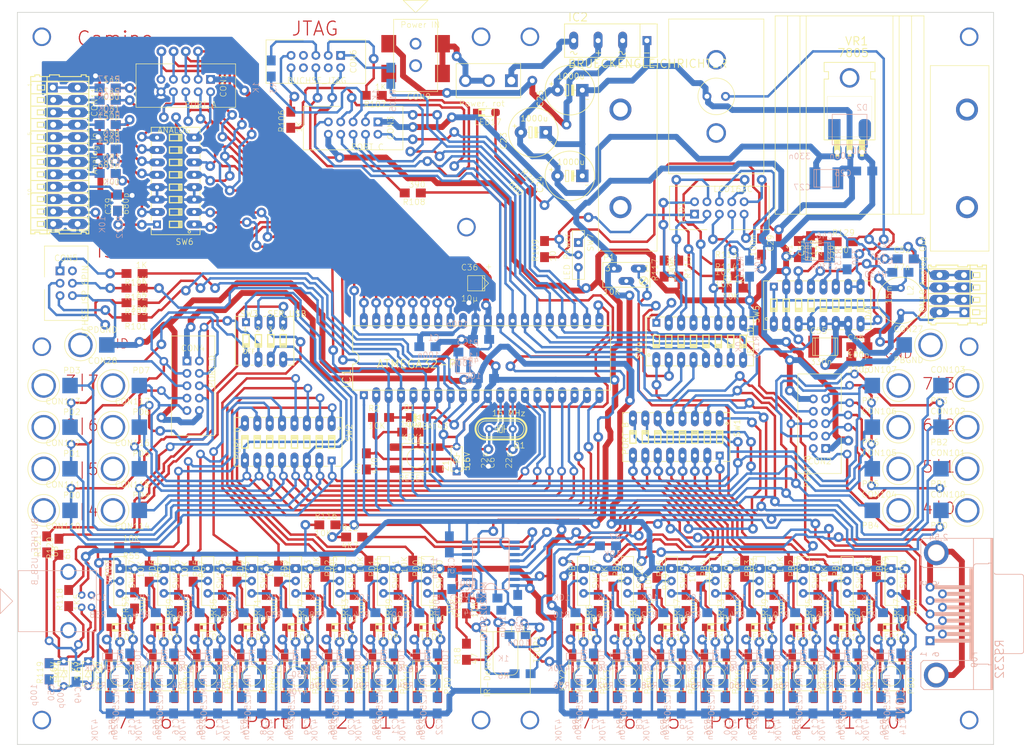
<source format=kicad_pcb>
(kicad_pcb
	(version 20240108)
	(generator "pcbnew")
	(generator_version "8.0")
	(general
		(thickness 1.6)
		(legacy_teardrops no)
	)
	(paper "A4")
	(layers
		(0 "F.Cu" signal "Top")
		(31 "B.Cu" signal "Bottom")
		(32 "B.Adhes" user "B.Adhesive")
		(33 "F.Adhes" user "F.Adhesive")
		(34 "B.Paste" user)
		(35 "F.Paste" user)
		(36 "B.SilkS" user "B.Silkscreen")
		(37 "F.SilkS" user "F.Silkscreen")
		(38 "B.Mask" user)
		(39 "F.Mask" user)
		(40 "Dwgs.User" user "User.Drawings")
		(41 "Cmts.User" user "User.Comments")
		(42 "Eco1.User" user "User.Eco1")
		(43 "Eco2.User" user "User.Eco2")
		(44 "Edge.Cuts" user)
		(45 "Margin" user)
		(46 "B.CrtYd" user "B.Courtyard")
		(47 "F.CrtYd" user "F.Courtyard")
		(48 "B.Fab" user)
		(49 "F.Fab" user)
	)
	(setup
		(stackup
			(layer "F.SilkS"
				(type "Top Silk Screen")
			)
			(layer "F.Paste"
				(type "Top Solder Paste")
			)
			(layer "F.Mask"
				(type "Top Solder Mask")
				(thickness 0.01)
			)
			(layer "F.Cu"
				(type "copper")
				(thickness 0.035)
			)
			(layer "dielectric 1"
				(type "core")
				(thickness 1.51)
				(material "FR4")
				(epsilon_r 4.5)
				(loss_tangent 0.02)
			)
			(layer "B.Cu"
				(type "copper")
				(thickness 0.035)
			)
			(layer "B.Mask"
				(type "Bottom Solder Mask")
				(thickness 0.01)
			)
			(layer "B.Paste"
				(type "Bottom Solder Paste")
			)
			(layer "B.SilkS"
				(type "Bottom Silk Screen")
			)
			(copper_finish "None")
			(dielectric_constraints no)
		)
		(pad_to_mask_clearance 0.2)
		(allow_soldermask_bridges_in_footprints no)
		(pcbplotparams
			(layerselection 0x0001000_fffffffe)
			(plot_on_all_layers_selection 0x0000000_00000000)
			(disableapertmacros no)
			(usegerberextensions no)
			(usegerberattributes no)
			(usegerberadvancedattributes no)
			(creategerberjobfile no)
			(dashed_line_dash_ratio 12.000000)
			(dashed_line_gap_ratio 3.000000)
			(svgprecision 4)
			(plotframeref no)
			(viasonmask no)
			(mode 1)
			(useauxorigin no)
			(hpglpennumber 1)
			(hpglpenspeed 20)
			(hpglpendiameter 0.000000)
			(pdf_front_fp_property_popups yes)
			(pdf_back_fp_property_popups yes)
			(dxfpolygonmode yes)
			(dxfimperialunits yes)
			(dxfusepcbnewfont yes)
			(psnegative no)
			(psa4output no)
			(plotreference yes)
			(plotvalue yes)
			(plotfptext yes)
			(plotinvisibletext no)
			(sketchpadsonfab no)
			(subtractmaskfromsilk no)
			(outputformat 4)
			(mirror no)
			(drillshape 0)
			(scaleselection 1)
			(outputdirectory "C:/Users/zephr/Desktop/")
		)
	)
	(net 0 "")
	(net 1 "VCC")
	(net 2 "GND")
	(net 3 "AVCC")
	(net 4 "N$65")
	(net 5 "N$29")
	(net 6 "N$60")
	(net 7 "N$83")
	(net 8 "N$90")
	(net 9 "N$96")
	(net 10 "N$102")
	(net 11 "N$108")
	(net 12 "N$114")
	(net 13 "N$120")
	(net 14 "N$126")
	(net 15 "N$132")
	(net 16 "Net-(CON1-PadP$2)")
	(net 17 "Net-(CON1-PadP$3)")
	(net 18 "Net-(CON1-PadP$4)")
	(net 19 "Net-(CON1-PadP$5)")
	(net 20 "Net-(CON1-PadP$6)")
	(net 21 "Net-(CON1-PadP$7)")
	(net 22 "Net-(CON1-PadP$8)")
	(net 23 "Net-(CON1-PadP$9)")
	(net 24 "Net-(C1-Pad2)")
	(net 25 "Net-(CON3-PadP$9)")
	(net 26 "Net-(CON3-PadP$8)")
	(net 27 "Net-(CON3-PadP$7)")
	(net 28 "Net-(CON3-PadP$6)")
	(net 29 "Net-(CON3-PadP$5)")
	(net 30 "Net-(CON3-PadP$4)")
	(net 31 "Net-(CON3-PadP$3)")
	(net 32 "Net-(CON3-PadP$2)")
	(net 33 "Net-(CON117-PadPAD)")
	(net 34 "Net-(CON116-PadPAD)")
	(net 35 "Net-(CON115-PadPAD)")
	(net 36 "Net-(CON114-PadPAD)")
	(net 37 "Net-(CON113-PadPAD)")
	(net 38 "Net-(CON112-PadPAD)")
	(net 39 "Net-(CON111-PadPAD)")
	(net 40 "Net-(CON110-PadPAD)")
	(net 41 "Net-(C6-Pad2)")
	(net 42 "Net-(C5-Pad2)")
	(net 43 "/RESET")
	(net 44 "Net-(CON107-PadPAD)")
	(net 45 "Net-(CON106-PadPAD)")
	(net 46 "Net-(CON105-PadPAD)")
	(net 47 "Net-(CON104-PadPAD)")
	(net 48 "Net-(CON10-PadA4)")
	(net 49 "Net-(CON102-PadPAD)")
	(net 50 "Net-(CON101-PadPAD)")
	(net 51 "Net-(CON100-PadPAD)")
	(net 52 "Net-(L1-PadP$1)")
	(net 53 "Net-(KEY1-PadP$3)")
	(net 54 "Net-(LED1-PadA)")
	(net 55 "Net-(R7-Pad1)")
	(net 56 "Net-(C7-Pad2)")
	(net 57 "Net-(R36-Pad1)")
	(net 58 "Net-(KEY2-PadP$3)")
	(net 59 "Net-(R10-Pad1)")
	(net 60 "Net-(LED1-PadK)")
	(net 61 "Net-(LED16-PadA)")
	(net 62 "Net-(R13-Pad1)")
	(net 63 "Net-(C8-Pad2)")
	(net 64 "Net-(R14-Pad2)")
	(net 65 "Net-(KEY3-PadP$3)")
	(net 66 "Net-(R16-Pad1)")
	(net 67 "Net-(LED16-PadK)")
	(net 68 "Net-(LED15-PadA)")
	(net 69 "Net-(R19-Pad1)")
	(net 70 "Net-(C9-Pad2)")
	(net 71 "Net-(R20-Pad2)")
	(net 72 "Net-(KEY4-PadP$3)")
	(net 73 "Net-(R22-Pad1)")
	(net 74 "Net-(LED15-PadK)")
	(net 75 "Net-(LED14-PadA)")
	(net 76 "Net-(R25-Pad1)")
	(net 77 "Net-(C10-Pad2)")
	(net 78 "Net-(R26-Pad2)")
	(net 79 "Net-(KEY5-PadP$3)")
	(net 80 "Net-(R28-Pad1)")
	(net 81 "Net-(LED14-PadK)")
	(net 82 "Net-(LED13-PadA)")
	(net 83 "Net-(R31-Pad1)")
	(net 84 "Net-(C11-Pad2)")
	(net 85 "Net-(R32-Pad2)")
	(net 86 "Net-(KEY6-PadP$3)")
	(net 87 "Net-(R34-Pad1)")
	(net 88 "Net-(LED13-PadK)")
	(net 89 "Net-(LED12-PadA)")
	(net 90 "Net-(R37-Pad1)")
	(net 91 "Net-(C12-Pad2)")
	(net 92 "Net-(R38-Pad2)")
	(net 93 "Net-(KEY7-PadP$3)")
	(net 94 "Net-(R40-Pad1)")
	(net 95 "Net-(LED12-PadK)")
	(net 96 "Net-(LED11-PadA)")
	(net 97 "Net-(R43-Pad1)")
	(net 98 "Net-(C13-Pad2)")
	(net 99 "Net-(R44-Pad2)")
	(net 100 "Net-(KEY8-PadP$3)")
	(net 101 "Net-(R46-Pad1)")
	(net 102 "Net-(LED11-PadK)")
	(net 103 "Net-(LED10-PadA)")
	(net 104 "Net-(R49-Pad1)")
	(net 105 "Net-(C14-Pad2)")
	(net 106 "Net-(R50-Pad2)")
	(net 107 "Net-(KEY9-PadP$3)")
	(net 108 "Net-(R52-Pad1)")
	(net 109 "Net-(LED10-PadK)")
	(net 110 "Net-(LED2-PadA)")
	(net 111 "Net-(R55-Pad1)")
	(net 112 "Net-(C15-Pad2)")
	(net 113 "Net-(R136-Pad1)")
	(net 114 "Net-(KEY10-PadP$3)")
	(net 115 "Net-(R58-Pad1)")
	(net 116 "Net-(LED2-PadK)")
	(net 117 "Net-(LED3-PadA)")
	(net 118 "Net-(R61-Pad1)")
	(net 119 "Net-(C16-Pad2)")
	(net 120 "Net-(R135-Pad1)")
	(net 121 "Net-(KEY11-PadP$3)")
	(net 122 "Net-(R64-Pad1)")
	(net 123 "Net-(LED3-PadK)")
	(net 124 "Net-(LED4-PadA)")
	(net 125 "Net-(R67-Pad1)")
	(net 126 "Net-(C17-Pad2)")
	(net 127 "Net-(R134-Pad1)")
	(net 128 "Net-(KEY12-PadP$3)")
	(net 129 "Net-(R70-Pad1)")
	(net 130 "Net-(LED4-PadK)")
	(net 131 "Net-(LED5-PadA)")
	(net 132 "Net-(R73-Pad1)")
	(net 133 "Net-(C18-Pad2)")
	(net 134 "Net-(R133-Pad1)")
	(net 135 "Net-(KEY13-PadP$3)")
	(net 136 "Net-(R76-Pad1)")
	(net 137 "Net-(LED5-PadK)")
	(net 138 "Net-(LED6-PadA)")
	(net 139 "Net-(R79-Pad1)")
	(net 140 "Net-(C19-Pad2)")
	(net 141 "Net-(R30-Pad2)")
	(net 142 "Net-(KEY14-PadP$3)")
	(net 143 "Net-(R82-Pad1)")
	(net 144 "Net-(LED6-PadK)")
	(net 145 "Net-(LED7-PadA)")
	(net 146 "Net-(R85-Pad1)")
	(net 147 "Net-(C20-Pad2)")
	(net 148 "Net-(R86-Pad2)")
	(net 149 "Net-(KEY15-PadP$3)")
	(net 150 "Net-(R88-Pad1)")
	(net 151 "Net-(LED7-PadK)")
	(net 152 "Net-(LED8-PadA)")
	(net 153 "Net-(R91-Pad1)")
	(net 154 "Net-(C21-Pad2)")
	(net 155 "Net-(R90-Pad1)")
	(net 156 "Net-(KEY16-PadP$3)")
	(net 157 "Net-(R94-Pad1)")
	(net 158 "Net-(LED8-PadK)")
	(net 159 "Net-(LED9-PadA)")
	(net 160 "Net-(R97-Pad1)")
	(net 161 "Net-(C22-Pad2)")
	(net 162 "Net-(R84-Pad1)")
	(net 163 "Net-(KEY17-PadP$3)")
	(net 164 "Net-(R100-Pad1)")
	(net 165 "Net-(LED9-PadK)")
	(net 166 "Net-(CON9-PadKONTAKT)")
	(net 167 "Net-(CON9-PadSTIFT_A)")
	(net 168 "Net-(CON9-PadFEDER)")
	(net 169 "Net-(C23-Pad+)")
	(net 170 "Net-(IC2-PadAC1)")
	(net 171 "Net-(CON5-PadP$5)")
	(net 172 "Net-(CON5-PadP$4)")
	(net 173 "Net-(CON5-PadP$3)")
	(net 174 "Net-(CON5-PadP$1)")
	(net 175 "Net-(CON6-PadP$5)")
	(net 176 "Net-(CON6-PadP$1)")
	(net 177 "Net-(CON6-PadP$9)")
	(net 178 "Net-(CON6-PadP$3)")
	(net 179 "Net-(CON6-PadP$6)")
	(net 180 "Net-(CON7-Pad9)")
	(net 181 "Net-(CON7-Pad8)")
	(net 182 "Net-(CON7-Pad7)")
	(net 183 "Net-(CON7-Pad6)")
	(net 184 "Net-(CON7-Pad4)")
	(net 185 "Net-(CON7-Pad3)")
	(net 186 "Net-(CON7-Pad2)")
	(net 187 "Net-(CON7-Pad1)")
	(net 188 "Net-(LCD1-PadVCC)")
	(net 189 "Net-(LCD1-PadVLED)")
	(net 190 "Net-(P1-PadS)")
	(net 191 "Net-(C35-Pad1)")
	(net 192 "Net-(LCD1-PadDB0)")
	(net 193 "Net-(LCD1-PadDB1)")
	(net 194 "Net-(LCD1-PadDB2)")
	(net 195 "Net-(LCD1-PadDB3)")
	(net 196 "Net-(LCD1-PadE)")
	(net 197 "Net-(LCD1-PadRS)")
	(net 198 "Net-(IC3-Pad11)")
	(net 199 "Net-(LCD1-PadVCON)")
	(net 200 "Net-(C49-Pad2)")
	(net 201 "Net-(CON8-PadVBUS)")
	(net 202 "Net-(C50-Pad2)")
	(net 203 "Net-(R120-Pad2)")
	(net 204 "Net-(R121-Pad2)")
	(net 205 "Net-(CON11-PadA9)")
	(net 206 "Net-(CON11-PadA8)")
	(net 207 "Net-(CON11-PadA6)")
	(net 208 "Net-(CON11-PadA4)")
	(net 209 "Net-(CON11-PadA2)")
	(net 210 "Net-(CON11-PadA1)")
	(net 211 "Net-(C39-Pad1)")
	(net 212 "Net-(C40-Pad1)")
	(net 213 "Net-(C37-Pad1)")
	(net 214 "Net-(C38-Pad1)")
	(net 215 "Net-(C31-Pad1)")
	(net 216 "Net-(C30-Pad1)")
	(net 217 "Net-(R128-Pad1)")
	(net 218 "Net-(R130-Pad1)")
	(net 219 "Net-(C46-Pad2)")
	(net 220 "Net-(R131-Pad2)")
	(net 221 "Net-(SPK1-Pad2)")
	(net 222 "Net-(C42-Pad2)")
	(net 223 "Net-(C44-Pad1)")
	(net 224 "Net-(C41-Pad2)")
	(net 225 "Net-(C44-Pad2)")
	(net 226 "Net-(R132-Pad1)")
	(net 227 "Net-(R132-Pad2)")
	(net 228 "Net-(R6-Pad2)")
	(net 229 "Net-(R12-Pad1)")
	(net 230 "Net-(IC3-Pad12)")
	(net 231 "Net-(LED17-PadA)")
	(net 232 "Net-(IC3-Pad9)")
	(net 233 "Net-(IC3-Pad7)")
	(net 234 "Net-(C33-Pad2)")
	(net 235 "Net-(C33-Pad1)")
	(net 236 "Net-(C32-Pad2)")
	(net 237 "Net-(C34-Pad1)")
	(net 238 "Net-(C32-Pad1)")
	(net 239 "Net-(CON5-PadP$2)")
	(net 240 "Net-(CON6-PadP$8)")
	(net 241 "Net-(CON6-PadP$4)")
	(footprint "camino:DIL40" (layer "F.Cu") (at 143.6111 85.8136))
	(footprint "camino:DIODE_MINIMELF" (layer "F.Cu") (at 130.5011 98.0036))
	(footprint "camino:ZENER_PIN_200MIL" (layer "F.Cu") (at 138.5011 106.5036 90))
	(footprint "camino:KONDENSATOR_SMD_1206" (layer "F.Cu") (at 129.0011 101.0036 180))
	(footprint "camino:WIDERSTAND_SMD_1206" (layer "F.Cu") (at 123.0011 98.0036))
	(footprint "camino:WIDERSTAND_SMD_1206" (layer "F.Cu") (at 120.0011 107.0036 90))
	(footprint "camino:TASTER_LSG1301" (layer "F.Cu") (at 130.3111 106.3336))
	(footprint "camino:HC49U" (layer "F.Cu") (at 147.5711 100.3536 180))
	(footprint "camino:KONDENSATOR_SMD_1206" (layer "F.Cu") (at 142.5011 106.0036 90))
	(footprint "camino:KONDENSATOR_SMD_1206" (layer "F.Cu") (at 147.5011 106.0036 90))
	(footprint "camino:BUCHSE_LABOR_2MM" (layer "F.Cu") (at 229.0511 91.4636 -90))
	(footprint "camino:BUCHSE_LABOR_2MM" (layer "F.Cu") (at 229.0511 99.9886 -90))
	(footprint "camino:BUCHSE_LABOR_2MM" (layer "F.Cu") (at 229.0511 108.5136 -90))
	(footprint "camino:BUCHSE_LABOR_2MM" (layer "F.Cu") (at 229.0511 117.0386 -90))
	(footprint "camino:BUCHSE_LABOR_2MM" (layer "F.Cu") (at 243.1161 91.4636 -90))
	(footprint "camino:BUCHSE_LABOR_2MM" (layer "F.Cu") (at 243.1161 99.9886 -90))
	(footprint "camino:BUCHSE_LABOR_2MM" (layer "F.Cu") (at 243.1161 108.5136 -90))
	(footprint "camino:BUCHSE_LABOR_2MM" (layer "F.Cu") (at 243.1161 117.0386 -90))
	(footprint "camino:BUCHSE_LABOR_2MM" (layer "F.Cu") (at 68.0861 91.4636 90))
	(footprint "camino:BUCHSE_LABOR_2MM" (layer "F.Cu") (at 68.0861 99.9886 90))
	(footprint "camino:BUCHSE_LABOR_2MM" (layer "F.Cu") (at 68.0861 108.5136 90))
	(footprint "camino:BUCHSE_LABOR_2MM" (layer "F.Cu") (at 68.0861 117.0386 90))
	(footprint "camino:BUCHSE_LABOR_2MM" (layer "F.Cu") (at 53.8861 91.4636 90))
	(footprint "camino:BUCHSE_LABOR_2MM" (layer "F.Cu") (at 53.8861 99.9886 90))
	(footprint "camino:BUCHSE_LABOR_2MM" (layer "F.Cu") (at 53.8861 108.5136 90))
	(footprint "camino:BUCHSE_LABOR_2MM" (layer "F.Cu") (at 53.8861 117.0386 90))
	(footprint "camino:WIDERSTAND_SMD_1206" (layer "F.Cu") (at 167.5011 136.0036 90))
	(footprint "camino:TASTER_LSG1301" (layer "F.Cu") (at 164.5011 151.0036 90))
	(footprint "camino:SCHALTER_1UM_ESP" (layer "F.Cu") (at 164.5011 131.5036 -90))
	(footprint "camino:WIDERSTAND_SMD_1206" (layer "F.Cu") (at 176.5011 136.0036 90))
	(footprint "camino:WIDERSTAND_SMD_1206" (layer "F.Cu") (at 170.5011 131.0036 -90))
	(footprint "camino:TASTER_LSG1301" (layer "F.Cu") (at 173.5011 151.0036 90))
	(footprint "camino:SCHALTER_1UM_ESP" (layer "F.Cu") (at 173.5011 131.5036 -90))
	(footprint "camino:WIDERSTAND_SMD_1206" (layer "F.Cu") (at 185.5011 136.0036 90))
	(footprint "camino:WIDERSTAND_SMD_1206" (layer "F.Cu") (at 179.5011 132.5036 -90))
	(footprint "camino:TASTER_LSG1301" (layer "F.Cu") (at 182.5011 151.0036 90))
	(footprint "camino:SCHALTER_1UM_ESP" (layer "F.Cu") (at 182.5011 131.5036 -90))
	(footprint "camino:WIDERSTAND_SMD_1206" (layer "F.Cu") (at 194.5011 136.0036 90))
	(footprint "camino:WIDERSTAND_SMD_1206" (layer "F.Cu") (at 188.5011 131.0036 -90))
	(footprint "camino:TASTER_LSG1301" (layer "F.Cu") (at 191.5011 151.0036 90))
	(footprint "camino:SCHALTER_1UM_ESP" (layer "F.Cu") (at 191.5011 131.5036 -90))
	(footprint "camino:WIDERSTAND_SMD_1206" (layer "F.Cu") (at 203.5011 136.0036 90))
	(footprint "camino:WIDERSTAND_SMD_1206" (layer "F.Cu") (at 197.5011 129.0036 -90))
	(footprint "camino:TASTER_LSG1301" (layer "F.Cu") (at 200.5011 151.0036 90))
	(footprint "camino:SCHALTER_1UM_ESP" (layer "F.Cu") (at 200.5011 131.5036 -90))
	(footprint "camino:WIDERSTAND_SMD_1206" (layer "F.Cu") (at 212.5011 136.0036 90))
	(footprint "camino:WIDERSTAND_SMD_1206" (layer "F.Cu") (at 206.5011 129.0036 -90))
	(footprint "camino:TASTER_LSG1301" (layer "F.Cu") (at 209.5011 151.0036 90))
	(footprint "camino:SCHALTER_1UM_ESP" (layer "F.Cu") (at 209.5011 131.5036 -90))
	(footprint "camino:WIDERSTAND_SMD_1206" (layer "F.Cu") (at 221.5011 136.0036 90))
	(footprint "camino:WIDERSTAND_SMD_1206" (layer "F.Cu") (at 215.5011 131.0036 -90))
	(footprint "camino:TASTER_LSG1301"
		(layer "F.Cu")
		(uuid "00000000-0000-0000-0000-00005ac10214")
		(at 218.5011 151.0036 90)
		(property "Reference" "KEY8"
			(at -3.175 -3.556 90)
			(layer "F.SilkS")
			(uuid "8a0f89dd-5344-49b4-bb6a-7a92cd9465ee")
			(effects
				(font
					(size 1.2065 1.2065)
					(thickness 0.1016)
				)
				(justify left bottom)
			)
		)
		(property "Value" "PB1"
			(at -3.81 4.826 90)
			(layer "F.SilkS")
			(uuid "f2796f64-f5cc-40c8-8342-ee360b76bd61")
			(effects
				(font
					(size 1.2065 1.2065)
					(thickness 0.1016)
				)
				(justify left bottom)
			)
		)
		(property "Footprint" ""
			(at 0 0 90)
			(layer "F.Fab")
			(hide yes)
			(uuid "0f14a4b7-b8c8-47d4-b2c7-18bcb40b4cb0")
			(effects
				(font
					(size 1.27 1.27)
					(thickness 0.15)
				)
			)
		)
		(property "Datasheet" ""
			(at 0 0 90)
			(layer "F.Fab")
			(hide yes)
			(uuid "95c789a6-d8c8-4d96-8f39-db123d2cb790")
			(effects
				(font
					(size 1.27 1.27)
					(thickness 0.15)
				)
			)
		)
		(property "Description" ""
			(at 0 0 90)
			(layer "F.Fab")
			(hide yes)
			(uuid "25d06dfd-63a5-49cb-ab64-dbb52ceeae87")
			(effects
				(font
					(size 1.27 1.27)
					(thickness 0.15)
				)
			)
		)
		(path "/00000000-0000-0000-0000-0000129a703f")
		(attr through_hole)
		(fp_line
			(start -3 -3)
			(end 3 -3)
			(stroke
				(width 0.127)
				(type solid)
			)
			(layer "F.SilkS")
			(uuid "fae941f3-acdd-42f5-ba3b-9e9506a11fdf")
		)
		(fp_line
			(start 3 3)
			(end 3 -3)
			(stroke
				(width 0.127)
				(type solid)
			)
			(layer "F.SilkS")
			(uuid "4dc3fa88-32d2-4946-9c6b-73ea908be9c2")
		)
		(fp_line
			(start -3 3)
			(end -3 -3)
			(stroke
				(width 0.127)
				(type solid)
			)
			(layer "F.SilkS")
			(uuid "9f4eab72-11e3-400a-8724-a0aa197271cf")
		)
		(fp_line
			(start -3 3)
			(end 3 3)
			(stroke
				(width 0.127)
				(type solid)
			)
			(layer "F.SilkS")
			(uuid "7aa32ca0-5126-4457-be89-f3e34c4f79f1")
		)
		(fp_circle
			(center 0 0)
			(end 2 0)
			(stroke
				(width 0.127)
				(type solid)
			)
			(fill none)
			(layer "F.SilkS")
			(uuid "3dec12d1-8ef4-4301-a4dd-e28442af4f54")
		)
		(fp_line
			(start 5.715 -3.2258)
			(end -5.715 -3.2258)
			(stroke
				(width 0.127)
				(type solid)
			)
			(layer "Dwgs.User")
			(uuid "2c61e1ec-faa2-4444-a1b2-3ae692bb47c2")
		)
		(fp_line
			(start -5.715 -3.2258)
			(end -5.715 -1.27)
			(stroke
				(width 0.127)
				(type solid)
			)
			(layer "Dwgs.User")
			(uuid "cca26b97-c232-4361-9383-47841e9c52b5")
		)
		(fp_line
			(start 5.715 -1.27)
			(end 5.715 -3.2258)
			(stroke
				(width 0.127)
				(type solid)
			)
			(layer "Dwgs.User")
			(uuid "5eb9886d-eebb-44ff-9aa3-321a9b21a48b")
		)
		(fp_line
			(start 3.175 -1.27)
			(end 5.715 -1.27)
			(stroke
				(width 0.127)
				(type solid)
			)
			(layer "Dwgs.User")
			(uuid "6a9aed7d-7de8-483b-ac20-57e9d6e553cf")
		)
		(fp_line
			(start -3.175 -1.27)
			(end -3.175 1.27)
			(stroke
				(width 0.127)
				(type solid)
			)
			(layer "Dwgs.User")
			(uuid "69ccaabd-388d-4531-831f-c164931e290f")
		)
		(fp_line
			(start -5.715 -1.27)
			(end -3.175 -1.27)
			(stroke
				(width 0.127)
				(type solid)
			)
			(layer "Dwgs.User")
			(u
... [1974343 chars truncated]
</source>
